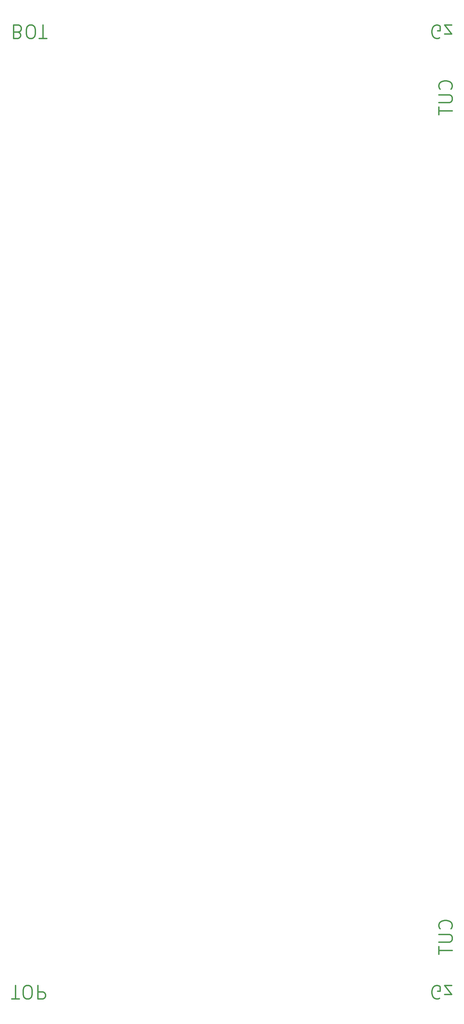
<source format=gbr>
%TF.GenerationSoftware,KiCad,Pcbnew,7.0.1-3b83917a11~172~ubuntu22.04.1*%
%TF.CreationDate,2023-12-10T16:36:40-05:00*%
%TF.ProjectId,coil_template_second,636f696c-5f74-4656-9d70-6c6174655f73,rev?*%
%TF.SameCoordinates,Original*%
%TF.FileFunction,Legend,Bot*%
%TF.FilePolarity,Positive*%
%FSLAX46Y46*%
G04 Gerber Fmt 4.6, Leading zero omitted, Abs format (unit mm)*
G04 Created by KiCad (PCBNEW 7.0.1-3b83917a11~172~ubuntu22.04.1) date 2023-12-10 16:36:40*
%MOMM*%
%LPD*%
G01*
G04 APERTURE LIST*
%ADD10C,2.000000*%
G04 APERTURE END LIST*
D10*
X76904761Y-1470747619D02*
X88333333Y-1470747619D01*
X82619047Y-1450747619D02*
X82619047Y-1470747619D01*
X98809523Y-1470747619D02*
X102619047Y-1470747619D01*
X102619047Y-1470747619D02*
X104523809Y-1469795238D01*
X104523809Y-1469795238D02*
X106428571Y-1467890476D01*
X106428571Y-1467890476D02*
X107380952Y-1464080952D01*
X107380952Y-1464080952D02*
X107380952Y-1457414285D01*
X107380952Y-1457414285D02*
X106428571Y-1453604761D01*
X106428571Y-1453604761D02*
X104523809Y-1451700000D01*
X104523809Y-1451700000D02*
X102619047Y-1450747619D01*
X102619047Y-1450747619D02*
X98809523Y-1450747619D01*
X98809523Y-1450747619D02*
X96904761Y-1451700000D01*
X96904761Y-1451700000D02*
X94999999Y-1453604761D01*
X94999999Y-1453604761D02*
X94047618Y-1457414285D01*
X94047618Y-1457414285D02*
X94047618Y-1464080952D01*
X94047618Y-1464080952D02*
X94999999Y-1467890476D01*
X94999999Y-1467890476D02*
X96904761Y-1469795238D01*
X96904761Y-1469795238D02*
X98809523Y-1470747619D01*
X115952380Y-1450747619D02*
X115952380Y-1470747619D01*
X115952380Y-1470747619D02*
X123571428Y-1470747619D01*
X123571428Y-1470747619D02*
X125476190Y-1469795238D01*
X125476190Y-1469795238D02*
X126428571Y-1468842857D01*
X126428571Y-1468842857D02*
X127380952Y-1466938095D01*
X127380952Y-1466938095D02*
X127380952Y-1464080952D01*
X127380952Y-1464080952D02*
X126428571Y-1462176190D01*
X126428571Y-1462176190D02*
X125476190Y-1461223809D01*
X125476190Y-1461223809D02*
X123571428Y-1460271428D01*
X123571428Y-1460271428D02*
X115952380Y-1460271428D01*
X732347619Y-1366190476D02*
X733300000Y-1365238095D01*
X733300000Y-1365238095D02*
X734252380Y-1362380952D01*
X734252380Y-1362380952D02*
X734252380Y-1360476190D01*
X734252380Y-1360476190D02*
X733300000Y-1357619047D01*
X733300000Y-1357619047D02*
X731395238Y-1355714285D01*
X731395238Y-1355714285D02*
X729490476Y-1354761904D01*
X729490476Y-1354761904D02*
X725680952Y-1353809523D01*
X725680952Y-1353809523D02*
X722823809Y-1353809523D01*
X722823809Y-1353809523D02*
X719014285Y-1354761904D01*
X719014285Y-1354761904D02*
X717109523Y-1355714285D01*
X717109523Y-1355714285D02*
X715204761Y-1357619047D01*
X715204761Y-1357619047D02*
X714252380Y-1360476190D01*
X714252380Y-1360476190D02*
X714252380Y-1362380952D01*
X714252380Y-1362380952D02*
X715204761Y-1365238095D01*
X715204761Y-1365238095D02*
X716157142Y-1366190476D01*
X714252380Y-1374761904D02*
X730442857Y-1374761904D01*
X730442857Y-1374761904D02*
X732347619Y-1375714285D01*
X732347619Y-1375714285D02*
X733300000Y-1376666666D01*
X733300000Y-1376666666D02*
X734252380Y-1378571428D01*
X734252380Y-1378571428D02*
X734252380Y-1382380952D01*
X734252380Y-1382380952D02*
X733300000Y-1384285714D01*
X733300000Y-1384285714D02*
X732347619Y-1385238095D01*
X732347619Y-1385238095D02*
X730442857Y-1386190476D01*
X730442857Y-1386190476D02*
X714252380Y-1386190476D01*
X714252380Y-1392857142D02*
X714252380Y-1404285714D01*
X734252380Y-1398571428D02*
X714252380Y-1398571428D01*
X715238095Y-39795238D02*
X713333333Y-40747619D01*
X713333333Y-40747619D02*
X710476190Y-40747619D01*
X710476190Y-40747619D02*
X707619047Y-39795238D01*
X707619047Y-39795238D02*
X705714285Y-37890476D01*
X705714285Y-37890476D02*
X704761904Y-35985714D01*
X704761904Y-35985714D02*
X703809523Y-32176190D01*
X703809523Y-32176190D02*
X703809523Y-29319047D01*
X703809523Y-29319047D02*
X704761904Y-25509523D01*
X704761904Y-25509523D02*
X705714285Y-23604761D01*
X705714285Y-23604761D02*
X707619047Y-21700000D01*
X707619047Y-21700000D02*
X710476190Y-20747619D01*
X710476190Y-20747619D02*
X712380952Y-20747619D01*
X712380952Y-20747619D02*
X715238095Y-21700000D01*
X715238095Y-21700000D02*
X716190476Y-22652380D01*
X716190476Y-22652380D02*
X716190476Y-29319047D01*
X716190476Y-29319047D02*
X712380952Y-29319047D01*
X722857142Y-34080952D02*
X733333333Y-34080952D01*
X733333333Y-34080952D02*
X722857142Y-20747619D01*
X722857142Y-20747619D02*
X733333333Y-20747619D01*
X732347619Y-116190476D02*
X733300000Y-115238095D01*
X733300000Y-115238095D02*
X734252380Y-112380952D01*
X734252380Y-112380952D02*
X734252380Y-110476190D01*
X734252380Y-110476190D02*
X733300000Y-107619047D01*
X733300000Y-107619047D02*
X731395238Y-105714285D01*
X731395238Y-105714285D02*
X729490476Y-104761904D01*
X729490476Y-104761904D02*
X725680952Y-103809523D01*
X725680952Y-103809523D02*
X722823809Y-103809523D01*
X722823809Y-103809523D02*
X719014285Y-104761904D01*
X719014285Y-104761904D02*
X717109523Y-105714285D01*
X717109523Y-105714285D02*
X715204761Y-107619047D01*
X715204761Y-107619047D02*
X714252380Y-110476190D01*
X714252380Y-110476190D02*
X714252380Y-112380952D01*
X714252380Y-112380952D02*
X715204761Y-115238095D01*
X715204761Y-115238095D02*
X716157142Y-116190476D01*
X714252380Y-124761904D02*
X730442857Y-124761904D01*
X730442857Y-124761904D02*
X732347619Y-125714285D01*
X732347619Y-125714285D02*
X733300000Y-126666666D01*
X733300000Y-126666666D02*
X734252380Y-128571428D01*
X734252380Y-128571428D02*
X734252380Y-132380952D01*
X734252380Y-132380952D02*
X733300000Y-134285714D01*
X733300000Y-134285714D02*
X732347619Y-135238095D01*
X732347619Y-135238095D02*
X730442857Y-136190476D01*
X730442857Y-136190476D02*
X714252380Y-136190476D01*
X714252380Y-142857142D02*
X714252380Y-154285714D01*
X734252380Y-148571428D02*
X714252380Y-148571428D01*
X715238095Y-1469795238D02*
X713333333Y-1470747619D01*
X713333333Y-1470747619D02*
X710476190Y-1470747619D01*
X710476190Y-1470747619D02*
X707619047Y-1469795238D01*
X707619047Y-1469795238D02*
X705714285Y-1467890476D01*
X705714285Y-1467890476D02*
X704761904Y-1465985714D01*
X704761904Y-1465985714D02*
X703809523Y-1462176190D01*
X703809523Y-1462176190D02*
X703809523Y-1459319047D01*
X703809523Y-1459319047D02*
X704761904Y-1455509523D01*
X704761904Y-1455509523D02*
X705714285Y-1453604761D01*
X705714285Y-1453604761D02*
X707619047Y-1451700000D01*
X707619047Y-1451700000D02*
X710476190Y-1450747619D01*
X710476190Y-1450747619D02*
X712380952Y-1450747619D01*
X712380952Y-1450747619D02*
X715238095Y-1451700000D01*
X715238095Y-1451700000D02*
X716190476Y-1452652380D01*
X716190476Y-1452652380D02*
X716190476Y-1459319047D01*
X716190476Y-1459319047D02*
X712380952Y-1459319047D01*
X722857142Y-1464080952D02*
X733333333Y-1464080952D01*
X733333333Y-1464080952D02*
X722857142Y-1450747619D01*
X722857142Y-1450747619D02*
X733333333Y-1450747619D01*
X86428571Y-31223809D02*
X89285714Y-30271428D01*
X89285714Y-30271428D02*
X90238095Y-29319047D01*
X90238095Y-29319047D02*
X91190476Y-27414285D01*
X91190476Y-27414285D02*
X91190476Y-24557142D01*
X91190476Y-24557142D02*
X90238095Y-22652380D01*
X90238095Y-22652380D02*
X89285714Y-21700000D01*
X89285714Y-21700000D02*
X87380952Y-20747619D01*
X87380952Y-20747619D02*
X79761904Y-20747619D01*
X79761904Y-20747619D02*
X79761904Y-40747619D01*
X79761904Y-40747619D02*
X86428571Y-40747619D01*
X86428571Y-40747619D02*
X88333333Y-39795238D01*
X88333333Y-39795238D02*
X89285714Y-38842857D01*
X89285714Y-38842857D02*
X90238095Y-36938095D01*
X90238095Y-36938095D02*
X90238095Y-35033333D01*
X90238095Y-35033333D02*
X89285714Y-33128571D01*
X89285714Y-33128571D02*
X88333333Y-32176190D01*
X88333333Y-32176190D02*
X86428571Y-31223809D01*
X86428571Y-31223809D02*
X79761904Y-31223809D01*
X103571428Y-40747619D02*
X107380952Y-40747619D01*
X107380952Y-40747619D02*
X109285714Y-39795238D01*
X109285714Y-39795238D02*
X111190476Y-37890476D01*
X111190476Y-37890476D02*
X112142857Y-34080952D01*
X112142857Y-34080952D02*
X112142857Y-27414285D01*
X112142857Y-27414285D02*
X111190476Y-23604761D01*
X111190476Y-23604761D02*
X109285714Y-21700000D01*
X109285714Y-21700000D02*
X107380952Y-20747619D01*
X107380952Y-20747619D02*
X103571428Y-20747619D01*
X103571428Y-20747619D02*
X101666666Y-21700000D01*
X101666666Y-21700000D02*
X99761904Y-23604761D01*
X99761904Y-23604761D02*
X98809523Y-27414285D01*
X98809523Y-27414285D02*
X98809523Y-34080952D01*
X98809523Y-34080952D02*
X99761904Y-37890476D01*
X99761904Y-37890476D02*
X101666666Y-39795238D01*
X101666666Y-39795238D02*
X103571428Y-40747619D01*
X117857142Y-40747619D02*
X129285714Y-40747619D01*
X123571428Y-20747619D02*
X123571428Y-40747619D01*
M02*

</source>
